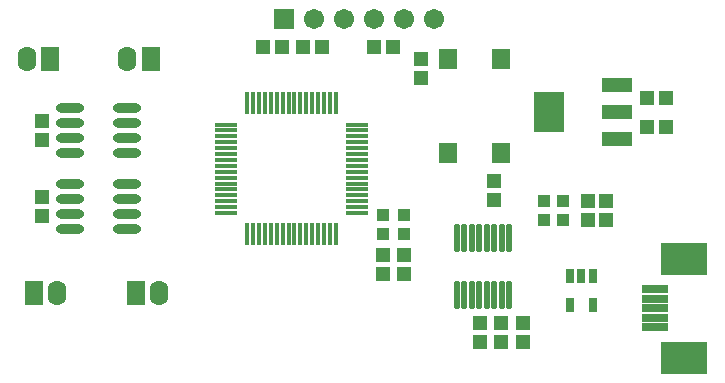
<source format=gts>
G04*
G04 #@! TF.GenerationSoftware,Altium Limited,Altium Designer,18.1.6 (161)*
G04*
G04 Layer_Color=8388736*
%FSLAX25Y25*%
%MOIN*%
G70*
G01*
G75*
%ADD16R,0.10249X0.04737*%
%ADD17R,0.10249X0.13398*%
%ADD18R,0.04737X0.04934*%
%ADD19R,0.04934X0.04737*%
%ADD20R,0.15761X0.10642*%
%ADD21R,0.08674X0.02769*%
%ADD22R,0.03162X0.05131*%
%ADD23R,0.03950X0.03950*%
%ADD24O,0.02178X0.09461*%
%ADD25R,0.04737X0.04540*%
%ADD26R,0.04540X0.04737*%
%ADD27R,0.05918X0.06922*%
%ADD28R,0.03950X0.03950*%
%ADD29O,0.01581X0.07487*%
%ADD30O,0.07487X0.01581*%
%ADD31O,0.09461X0.03162*%
%ADD32C,0.06706*%
%ADD33R,0.06706X0.06706*%
%ADD34O,0.06300X0.08300*%
%ADD35R,0.06300X0.08300*%
D16*
X575417Y408945D02*
D03*
Y418000D02*
D03*
Y427055D02*
D03*
D17*
X552583Y418000D02*
D03*
D18*
X383586Y389650D02*
D03*
Y383350D02*
D03*
X529690Y347586D02*
D03*
Y341286D02*
D03*
X510000Y435650D02*
D03*
Y429350D02*
D03*
X504500Y370150D02*
D03*
Y363850D02*
D03*
X497397Y370150D02*
D03*
Y363850D02*
D03*
X383650Y408518D02*
D03*
Y414817D02*
D03*
D19*
X500650Y439554D02*
D03*
X494350D02*
D03*
X477052D02*
D03*
X470753D02*
D03*
X463650Y439500D02*
D03*
X457350D02*
D03*
X565575Y388397D02*
D03*
X571874D02*
D03*
X565575Y382000D02*
D03*
X571874D02*
D03*
D20*
X597843Y369035D02*
D03*
Y335965D02*
D03*
D21*
X588000Y352500D02*
D03*
Y349350D02*
D03*
Y346201D02*
D03*
Y355650D02*
D03*
Y358799D02*
D03*
D22*
X567240Y363421D02*
D03*
X563500D02*
D03*
X559760D02*
D03*
Y353579D02*
D03*
X567240D02*
D03*
D23*
X557473Y382000D02*
D03*
X550976D02*
D03*
X557473Y388397D02*
D03*
X550976D02*
D03*
D24*
X539526Y375949D02*
D03*
X537026D02*
D03*
X534526D02*
D03*
X532026D02*
D03*
X529526D02*
D03*
X527026D02*
D03*
X524526D02*
D03*
X522026D02*
D03*
X539526Y357051D02*
D03*
X537026D02*
D03*
X534526D02*
D03*
X532026D02*
D03*
X529526D02*
D03*
X527026D02*
D03*
X524526D02*
D03*
X522026D02*
D03*
D25*
X585350Y413000D02*
D03*
X591650D02*
D03*
X585350Y422500D02*
D03*
X591650D02*
D03*
D26*
X536793Y347586D02*
D03*
Y341286D02*
D03*
X543897Y347586D02*
D03*
Y341286D02*
D03*
X534500Y394975D02*
D03*
Y388676D02*
D03*
D27*
X519142Y435650D02*
D03*
X536858D02*
D03*
X519142Y404350D02*
D03*
X536858D02*
D03*
D28*
X504500Y377252D02*
D03*
Y383748D02*
D03*
X497397Y377154D02*
D03*
Y383651D02*
D03*
D29*
X452104Y420850D02*
D03*
X454073D02*
D03*
X456041Y420850D02*
D03*
X458010Y420850D02*
D03*
X459978D02*
D03*
X461947D02*
D03*
X463915Y420850D02*
D03*
X465884D02*
D03*
X467852Y420850D02*
D03*
X469821D02*
D03*
X471789D02*
D03*
X473758D02*
D03*
X475726D02*
D03*
X477695D02*
D03*
X479663D02*
D03*
X481632D02*
D03*
X481632Y377150D02*
D03*
X479663D02*
D03*
X477695Y377150D02*
D03*
X475726Y377150D02*
D03*
X473758D02*
D03*
X471789D02*
D03*
X469821D02*
D03*
X467852D02*
D03*
X465884D02*
D03*
X463915D02*
D03*
X461947D02*
D03*
X459978D02*
D03*
X458010D02*
D03*
X456041D02*
D03*
X454073D02*
D03*
X452104D02*
D03*
D30*
X488719Y413764D02*
D03*
X488719Y411795D02*
D03*
Y409827D02*
D03*
X488719Y407858D02*
D03*
X488719Y405890D02*
D03*
Y403921D02*
D03*
Y401953D02*
D03*
Y399984D02*
D03*
Y398016D02*
D03*
Y396047D02*
D03*
Y394079D02*
D03*
Y392110D02*
D03*
Y390142D02*
D03*
X488719Y388173D02*
D03*
X488719Y386205D02*
D03*
Y384236D02*
D03*
X445018D02*
D03*
X445018Y386205D02*
D03*
X445018Y388173D02*
D03*
X445018Y390142D02*
D03*
Y392110D02*
D03*
X445018Y394079D02*
D03*
Y396047D02*
D03*
X445018Y398016D02*
D03*
X445018Y399984D02*
D03*
Y401953D02*
D03*
Y403921D02*
D03*
Y405890D02*
D03*
X445018Y407858D02*
D03*
X445018Y409827D02*
D03*
Y411795D02*
D03*
Y413764D02*
D03*
D31*
X393115Y419167D02*
D03*
Y414167D02*
D03*
Y409167D02*
D03*
Y404167D02*
D03*
X412013Y419167D02*
D03*
Y414167D02*
D03*
Y409167D02*
D03*
Y404167D02*
D03*
X393051Y394000D02*
D03*
Y389000D02*
D03*
Y384000D02*
D03*
Y379000D02*
D03*
X411949Y394000D02*
D03*
Y389000D02*
D03*
Y384000D02*
D03*
Y379000D02*
D03*
D32*
X514500Y449000D02*
D03*
X504500D02*
D03*
X494500D02*
D03*
X484500D02*
D03*
X474500D02*
D03*
D33*
X464500D02*
D03*
D34*
X422874Y357500D02*
D03*
X412126Y435500D02*
D03*
X388874Y357500D02*
D03*
X378626Y435500D02*
D03*
D35*
X415000Y357500D02*
D03*
X420000Y435500D02*
D03*
X381000Y357500D02*
D03*
X386500Y435500D02*
D03*
M02*

</source>
